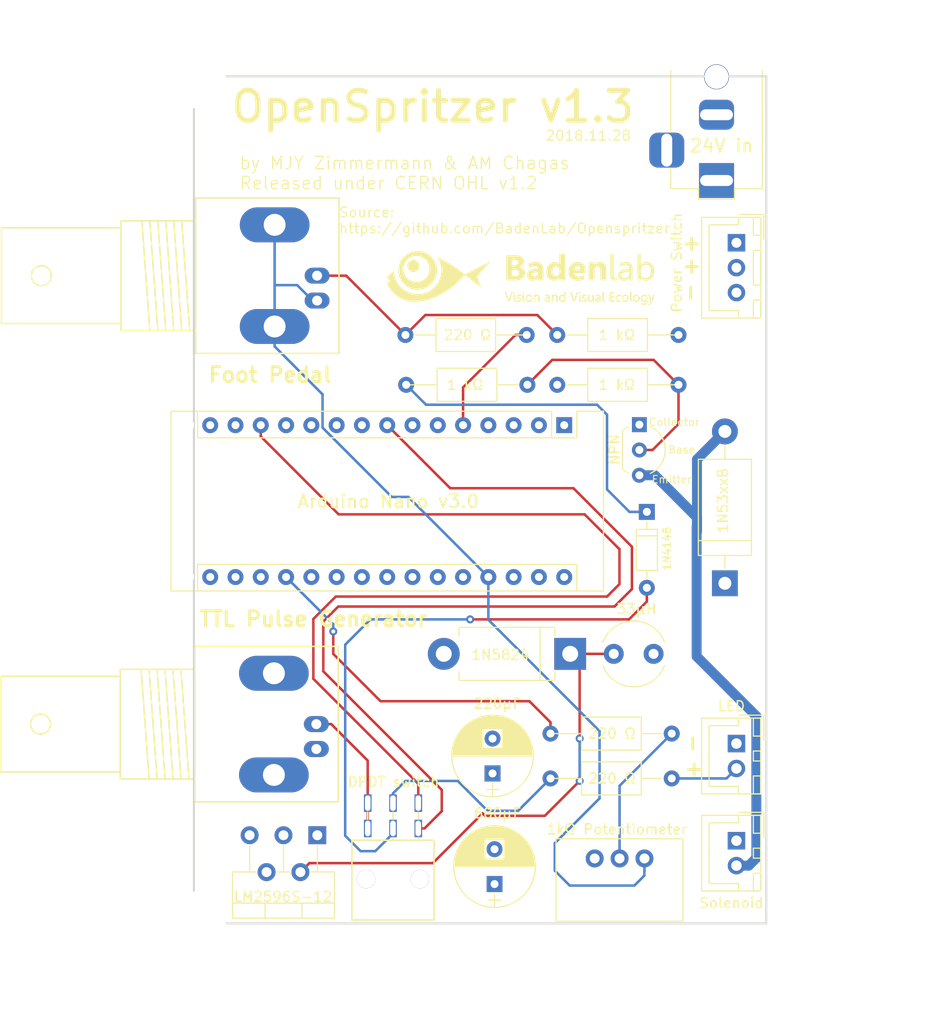
<source format=kicad_pcb>
(kicad_pcb (version 20171130) (host pcbnew 5.1.6-c6e7f7d~87~ubuntu20.04.1)
  (layers (0 F.Cu signal) (31 B.Cu signal) (34 B.Paste user) (35 F.Paste user) (36 B.SilkS user) (37 F.SilkS user) (38 B.Mask user) (39 F.Mask user) (44 Edge.Cuts user))
  (net 0 "")
  (net 1 "Net-(A1-Pad16)")
  (net 2 "Net-(A1-Pad15)")
  (net 3 "Net-(A1-Pad30)")
  (net 4 "Net-(A1-Pad14)")
  (net 5 GNDREF)
  (net 6 "Net-(A1-Pad13)")
  (net 7 "Net-(A1-Pad28)")
  (net 8 "Net-(A1-Pad12)")
  (net 9 "Net-(A1-Pad27)")
  (net 10 "Net-(A1-Pad11)")
  (net 11 "Net-(A1-Pad26)")
  (net 12 "Net-(A1-Pad10)")
  (net 13 "Net-(A1-Pad25)")
  (net 14 "Net-(A1-Pad9)")
  (net 15 "Net-(A1-Pad24)")
  (net 16 "Net-(A1-Pad8)")
  (net 17 "Net-(A1-Pad23)")
  (net 18 "Net-(A1-Pad7)")
  (net 19 "Net-(A1-Pad22)")
  (net 20 "Net-(A1-Pad6)")
  (net 21 "Net-(A1-Pad21)")
  (net 22 "Net-(A1-Pad5)")
  (net 23 "Net-(A1-Pad20)")
  (net 24 "Net-(A1-Pad19)")
  (net 25 "Net-(A1-Pad3)")
  (net 26 "Net-(A1-Pad18)")
  (net 27 "Net-(A1-Pad2)")
  (net 28 "Net-(A1-Pad17)")
  (net 29 "Net-(A1-Pad1)")
  (net 30 "Net-(D1-Pad2)")
  (net 31 "Net-(D2-Pad2)")
  (net 32 "Net-(D2-Pad1)")
  (net 33 "Net-(D3-Pad2)")
  (net 34 "Net-(J1-Pad1)")
  (net 35 "Net-(Q1-Pad2)")
  (net 36 "Net-(R1-Pad1)")
  (net 37 "Net-(R2-Pad2)")
  (net 38 "Net-(C1-Pad1)")
  (net 39 "Net-(D4-Pad1)")
  (net 40 "Net-(J4-Pad1)")
  (module Maxime:JST_XH_B03B-XH-A_03x2.50mm_Straight (layer F.Cu) (at 154.5 81.7 270)
    (fp_text reference "" (at -3.556 3.048) (layer F.SilkS))
    (fp_text value "Power Switch" (at 2 6 270) (layer F.SilkS))
    (pad 3 thru_hole circle (at 5 0 270) (size 1.75 1.75) (drill 1) (layers *.Cu *.Mask))
    (pad 2 thru_hole circle (at 2.5 0 270) (size 1.75 1.75) (drill 1) (layers *.Cu *.Mask))
    (pad 1 thru_hole rect (at 0 0 270) (size 1.75 1.75) (drill 1) (layers *.Cu *.Mask))
  )
  (module Maxime:JST_XH_B02B-XH-A_02x2.50mm_Straight (layer F.Cu) (at 154.5 141.7 270)
    (fp_text reference "" (at -3.81 3.048) (layer F.SilkS))
    (fp_text value Solenoid (at 6.25 0.5) (layer F.SilkS))
    (pad 1 thru_hole rect (at 0 0 270) (size 1.75 1.75) (drill 1.05) (layers *.Cu *.Mask))
    (pad 2 thru_hole circle (at 2.5 0 270) (size 1.75 1.75) (drill 1.05) (layers *.Cu *.Mask) (net 33 "Net-(D3-Pad2)"))
  )
  (module Maxime:JST_XH_B02B-XH-A_02x2.50mm_Straight (layer F.Cu) (at 154.5 131.95 270)
    (fp_text reference "" (at -3.81 3.048) (layer F.SilkS))
    (fp_text value LED (at -3.75 0.5) (layer F.SilkS))
    (pad 1 thru_hole rect (at 0 0 270) (size 1.75 1.75) (drill 1.05) (layers *.Cu *.Mask))
    (pad 2 thru_hole circle (at 2.5 0 270) (size 1.75 1.75) (drill 1.05) (layers *.Cu *.Mask) (net 30 "Net-(D1-Pad2)"))
  )
  (module Maxime:Potentiometer (layer F.Cu) (at 142.75 143.5 270)
    (fp_text reference "" hide)
    (fp_text value "1kΩ Potentiometer" (at -2.95 0.25 180) (layer F.SilkS))
    (pad 3 thru_hole circle (at -0.02 -2.51 270) (size 1.8 1.8) (drill 1) (layers *.Cu *.Mask) (net 9 "Net-(A1-Pad27)"))
    (pad 2 thru_hole circle (at -0.02 -0.01 270) (size 1.8 1.8) (drill 1) (layers *.Cu *.Mask) (net 36 "Net-(R1-Pad1)"))
    (pad 1 thru_hole circle (at -0.02 2.49 270) (size 1.8 1.8) (drill 1) (layers *.Cu *.Mask))
  )
  (module Diodes_THT:D_DO-201_P15.24mm_Horizontal (layer F.Cu) (at 153.34 115.87 90)
    (fp_text reference "" hide)
    (fp_text value 1N53xxB (at 8.3 -0.2 90) (layer F.SilkS))
    (pad 2 thru_hole oval (at 15.24 0 90) (size 2.6 2.6) (drill 1.3) (layers *.Cu *.Mask) (net 33 "Net-(D3-Pad2)"))
    (pad 1 thru_hole rect (at 0 0 90) (size 2.6 2.6) (drill 1.3) (layers *.Cu *.Mask))
  )
  (module Maxime:R_Axial_DIN0309_L9.0mm_D3.2mm_P15.24mm_Horizontal (layer F.Cu) (at 136.5 90.95)
    (fp_text reference "" (at 11.43 -2.54) (layer F.SilkS))
    (fp_text value "1 kΩ" (at 6 0) (layer F.SilkS))
    (pad 1 thru_hole circle (at 0 0) (size 1.6 1.6) (drill 0.8) (layers *.Cu *.Mask) (net 34 "Net-(J1-Pad1)"))
    (pad 2 thru_hole oval (at 12.18 0) (size 1.6 1.6) (drill 0.8) (layers *.Cu *.Mask))
  )
  (module Maxime:R_Axial_DIN0309_L9.0mm_D3.2mm_P15.24mm_Horizontal (layer F.Cu) (at 148 130.95 180)
    (fp_text reference "" (at 11.43 -2.54 180) (layer F.SilkS))
    (fp_text value "220 Ω" (at 6 0 180) (layer F.SilkS))
    (pad 1 thru_hole circle (at 0 0 180) (size 1.6 1.6) (drill 0.8) (layers *.Cu *.Mask) (net 36 "Net-(R1-Pad1)"))
    (pad 2 thru_hole oval (at 12.18 0 180) (size 1.6 1.6) (drill 0.8) (layers *.Cu *.Mask) (net 24 "Net-(A1-Pad19)"))
  )
  (module Maxime:R_Axial_DIN0309_L9.0mm_D3.2mm_P15.24mm_Horizontal (layer F.Cu) (at 148 135.45 180)
    (fp_text reference "" (at 11.43 -2.54 180) (layer F.SilkS))
    (fp_text value "220 Ω" (at 6 0 180) (layer F.SilkS))
    (pad 1 thru_hole circle (at 0 0 180) (size 1.6 1.6) (drill 0.8) (layers *.Cu *.Mask) (net 30 "Net-(D1-Pad2)"))
    (pad 2 thru_hole oval (at 12.18 0 180) (size 1.6 1.6) (drill 0.8) (layers *.Cu *.Mask) (net 37 "Net-(R2-Pad2)"))
  )
  (module Maxime:R_Axial_DIN0309_L9.0mm_D3.2mm_P15.24mm_Horizontal (layer F.Cu) (at 136.5 95.95)
    (fp_text reference "" (at 11.43 -2.54) (layer F.SilkS))
    (fp_text value "1 kΩ" (at 6 0) (layer F.SilkS))
    (pad 1 thru_hole circle (at 0 0) (size 1.6 1.6) (drill 0.8) (layers *.Cu *.Mask))
    (pad 2 thru_hole oval (at 12.18 0) (size 1.6 1.6) (drill 0.8) (layers *.Cu *.Mask) (net 35 "Net-(Q1-Pad2)"))
  )
  (module Maxime:R_Axial_DIN0309_L9.0mm_D3.2mm_P15.24mm_Horizontal (layer F.Cu) (at 121.25 90.95)
    (fp_text reference "" (at 11.43 -2.54) (layer F.SilkS))
    (fp_text value "220 Ω" (at 6.25 0) (layer F.SilkS))
    (pad 1 thru_hole circle (at 0 0) (size 1.6 1.6) (drill 0.8) (layers *.Cu *.Mask) (net 34 "Net-(J1-Pad1)"))
    (pad 2 thru_hole oval (at 12.18 0) (size 1.6 1.6) (drill 0.8) (layers *.Cu *.Mask) (net 22 "Net-(A1-Pad5)"))
  )
  (module Maxime:R_Axial_DIN0309_L9.0mm_D3.2mm_P15.24mm_Horizontal (layer F.Cu) (at 133.5 95.95 180)
    (fp_text reference "" (at 11.43 -2.54 180) (layer F.SilkS))
    (fp_text value "1 kΩ" (at 6.25 0 180) (layer F.SilkS))
    (pad 1 thru_hole circle (at 0 0 180) (size 1.6 1.6) (drill 0.8) (layers *.Cu *.Mask) (net 35 "Net-(Q1-Pad2)"))
    (pad 2 thru_hole oval (at 12.18 0 180) (size 1.6 1.6) (drill 0.8) (layers *.Cu *.Mask) (net 32 "Net-(D2-Pad1)"))
  )
  (module Inductors_THT:L_Radial_D6.0mm_P4.00mm (layer F.Cu) (at 146.175 122.95 180)
    (fp_text reference "" hide)
    (fp_text value 33μH (at 1.7 4.5) (layer F.SilkS))
    (pad 1 thru_hole circle (at 0 0 180) (size 2 2) (drill 1) (layers *.Cu *.Mask))
    (pad 2 thru_hole circle (at 4 0 180) (size 2 2) (drill 1) (layers *.Cu *.Mask) (net 39 "Net-(D4-Pad1)"))
  )
  (module Modules:Arduino_Nano_WithMountingHoles (layer F.Cu) (at 137.2 100 270)
    (fp_text reference "" hide)
    (fp_text value "Arduino Nano v3.0" (at 7.65 17.675) (layer F.SilkS) (effects (font (size 1.3 1.3) (thickness 0.2))))
    (pad 1 thru_hole rect (at 0 0 270) (size 1.6 1.6) (drill 0.8) (layers *.Cu *.Mask))
    (pad 17 thru_hole oval (at 15.24 33.02 270) (size 1.6 1.6) (drill 0.8) (layers *.Cu *.Mask))
    (pad 2 thru_hole oval (at 0 2.54 270) (size 1.6 1.6) (drill 0.8) (layers *.Cu *.Mask))
    (pad 18 thru_hole oval (at 15.24 30.48 270) (size 1.6 1.6) (drill 0.8) (layers *.Cu *.Mask))
    (pad 3 thru_hole oval (at 0 5.08 270) (size 1.6 1.6) (drill 0.8) (layers *.Cu *.Mask))
    (pad 19 thru_hole oval (at 15.24 27.94 270) (size 1.6 1.6) (drill 0.8) (layers *.Cu *.Mask) (net 24 "Net-(A1-Pad19)"))
    (pad 4 thru_hole oval (at 0 7.62 270) (size 1.6 1.6) (drill 0.8) (layers *.Cu *.Mask))
    (pad 20 thru_hole oval (at 15.24 25.4 270) (size 1.6 1.6) (drill 0.8) (layers *.Cu *.Mask))
    (pad 5 thru_hole oval (at 0 10.16 270) (size 1.6 1.6) (drill 0.8) (layers *.Cu *.Mask) (net 22 "Net-(A1-Pad5)"))
    (pad 21 thru_hole oval (at 15.24 22.86 270) (size 1.6 1.6) (drill 0.8) (layers *.Cu *.Mask))
    (pad 6 thru_hole oval (at 0 12.7 270) (size 1.6 1.6) (drill 0.8) (layers *.Cu *.Mask))
    (pad 22 thru_hole oval (at 15.24 20.32 270) (size 1.6 1.6) (drill 0.8) (layers *.Cu *.Mask))
    (pad 7 thru_hole oval (at 0 15.24 270) (size 1.6 1.6) (drill 0.8) (layers *.Cu *.Mask))
    (pad 23 thru_hole oval (at 15.24 17.78 270) (size 1.6 1.6) (drill 0.8) (layers *.Cu *.Mask))
    (pad 8 thru_hole oval (at 0 17.78 270) (size 1.6 1.6) (drill 0.8) (layers *.Cu *.Mask) (net 16 "Net-(A1-Pad8)"))
    (pad 24 thru_hole oval (at 15.24 15.24 270) (size 1.6 1.6) (drill 0.8) (layers *.Cu *.Mask))
    (pad 9 thru_hole oval (at 0 20.32 270) (size 1.6 1.6) (drill 0.8) (layers *.Cu *.Mask))
    (pad 25 thru_hole oval (at 15.24 12.7 270) (size 1.6 1.6) (drill 0.8) (layers *.Cu *.Mask))
    (pad 10 thru_hole oval (at 0 22.86 270) (size 1.6 1.6) (drill 0.8) (layers *.Cu *.Mask))
    (pad 26 thru_hole oval (at 15.24 10.16 270) (size 1.6 1.6) (drill 0.8) (layers *.Cu *.Mask))
    (pad 11 thru_hole oval (at 0 25.4 270) (size 1.6 1.6) (drill 0.8) (layers *.Cu *.Mask))
    (pad 27 thru_hole oval (at 15.24 7.62 270) (size 1.6 1.6) (drill 0.8) (layers *.Cu *.Mask) (net 9 "Net-(A1-Pad27)"))
    (pad 12 thru_hole oval (at 0 27.94 270) (size 1.6 1.6) (drill 0.8) (layers *.Cu *.Mask))
    (pad 28 thru_hole oval (at 15.24 5.08 270) (size 1.6 1.6) (drill 0.8) (layers *.Cu *.Mask))
    (pad 13 thru_hole oval (at 0 30.48 270) (size 1.6 1.6) (drill 0.8) (layers *.Cu *.Mask) (net 6 "Net-(A1-Pad13)"))
    (pad 29 thru_hole oval (at 15.24 2.54 270) (size 1.6 1.6) (drill 0.8) (layers *.Cu *.Mask))
    (pad 14 thru_hole oval (at 0 33.02 270) (size 1.6 1.6) (drill 0.8) (layers *.Cu *.Mask))
    (pad 30 thru_hole oval (at 15.24 0 270) (size 1.6 1.6) (drill 0.8) (layers *.Cu *.Mask))
    (pad 15 thru_hole oval (at 0 35.56 270) (size 1.6 1.6) (drill 0.8) (layers *.Cu *.Mask))
    (pad 16 thru_hole oval (at 15.24 35.56 270) (size 1.6 1.6) (drill 0.8) (layers *.Cu *.Mask))
    (pad "" np_thru_hole circle (at 0 -2.54 270) (size 1.78 1.78) (drill 1.78) (layers *.Cu *.Mask))
    (pad "" np_thru_hole circle (at 15.24 -2.54 270) (size 1.78 1.78) (drill 1.78) (layers *.Cu *.Mask))
    (pad "" np_thru_hole circle (at 15.24 38.1 270) (size 1.78 1.78) (drill 1.78) (layers *.Cu *.Mask))
    (pad "" np_thru_hole circle (at 0 38.1 270) (size 1.78 1.78) (drill 1.78) (layers *.Cu *.Mask))
  )
  (module Package_TO_SOT_THT:TO-92L_Inline_Wide (layer F.Cu) (at 144.75 99.95 270)
    (fp_text reference NPN (at 2.5 2.5 270) (layer F.SilkS))
    (fp_text value "")
    (pad 1 thru_hole rect (at 0 0) (size 1.5 1.5) (drill 0.8) (layers *.Cu *.Mask))
    (pad 3 thru_hole circle (at 5.08 0) (size 1.5 1.5) (drill 0.8) (layers *.Cu *.Mask) (net 33 "Net-(D3-Pad2)"))
    (pad 2 thru_hole circle (at 2.54 0) (size 1.5 1.5) (drill 0.8) (layers *.Cu *.Mask) (net 35 "Net-(Q1-Pad2)"))
  )
  (module Maxime:BarrelJack_Horizontal_maxime (layer F.Cu) (at 152.5 60.95 270)
    (fp_text reference "" hide)
    (fp_text value "24V in" (at 11 -0.5 180) (layer F.SilkS) (effects (font (size 1.3 1.3) (thickness 0.2))))
    (pad 3 thru_hole roundrect (at 11.45 5 270) (size 3.5 3.5) (drill oval 3.3 1.1) (layers *.Cu *.Mask))
    (pad 2 thru_hole roundrect (at 7.9 0 270) (size 3 3.5) (drill oval 1.1 3.3) (layers *.Cu *.Mask))
    (pad 1 thru_hole rect (at 14.5 0 270) (size 3.5 3.5) (drill oval 1.1 3.3) (layers *.Cu *.Mask))
    (pad 4 thru_hole circle (at 4.1 0 270) (size 2.5 2.5) (drill 2.4) (layers *.Cu *.Mask))
  )
  (module MountingHole:MountingHole_6.4mm_M6 (layer F.Cu) (at 100 65)
    (fp_text reference "" (at 0 -7.4) (layer F.SilkS))
    (fp_text value "")
    (pad 1 np_thru_hole circle (at 0 0) (size 6.4 6.4) (drill 6.4) (layers *.Cu *.Mask))
  )
  (module Diodes_THT:D_DO-201AD_P12.70mm_Horizontal (layer F.Cu) (at 137.8 122.95 180)
    (fp_text reference "" hide)
    (fp_text value 1N5824 (at 7 -0.1 180) (layer F.SilkS))
    (pad 1 thru_hole rect (at 0 0 180) (size 3.2 3.2) (drill 1.6) (layers *.Cu *.Mask) (net 39 "Net-(D4-Pad1)"))
    (pad 2 thru_hole oval (at 12.7 0 180) (size 3.2 3.2) (drill 1.6) (layers *.Cu *.Mask))
  )
  (module Maxime:maxi_DPDT_Angled (layer F.Cu) (at 120 149.65)
    (fp_text reference "" hide)
    (fp_text value "DPDT switch" (at 0.05 -13.85 180) (layer F.SilkS))
    (pad 1 thru_hole rect (at -2.54 -11.72) (size 0.75 1.75) (drill oval 0.55 1.55) (layers *.Cu *.Mask) (net 40 "Net-(J4-Pad1)"))
    (pad 2 thru_hole rect (at 0 -11.72) (size 0.75 1.75) (drill oval 0.55 1.55) (layers *.Cu *.Mask) (net 37 "Net-(R2-Pad2)"))
    (pad 3 thru_hole rect (at 2.54 -11.72) (size 0.75 1.75) (drill oval 0.55 1.55) (layers *.Cu *.Mask) (net 6 "Net-(A1-Pad13)"))
    (pad 4 thru_hole rect (at -2.54 -9.18) (size 0.75 1.75) (drill oval 0.55 1.55) (layers *.Cu *.Mask) (net 40 "Net-(J4-Pad1)"))
    (pad 5 thru_hole rect (at 0 -9.18) (size 0.75 1.75) (drill oval 0.55 1.55) (layers *.Cu *.Mask) (net 31 "Net-(D2-Pad2)"))
    (pad 6 thru_hole rect (at 2.54 -9.18) (size 0.75 1.75) (drill oval 0.55 1.55) (layers *.Cu *.Mask) (net 16 "Net-(A1-Pad8)"))
    (pad 7 thru_hole circle (at -2.7 -4.1) (size 1.85 1.85) (drill 1.85) (layers *.Cu *.Mask))
    (pad 8 thru_hole circle (at 2.7 -4.1) (size 1.85 1.85) (drill 1.85) (layers *.Cu *.Mask))
  )
  (module Capacitors_THT:CP_Radial_D8.0mm_P3.50mm (layer F.Cu) (at 130.2 146.05 90)
    (fp_text reference "" hide)
    (fp_text value 680μF (at 7.1 0.3 180) (layer F.SilkS))
    (pad 1 thru_hole rect (at 0 0 90) (size 1.6 1.6) (drill 0.8) (layers *.Cu *.Mask))
    (pad 2 thru_hole circle (at 3.5 0 90) (size 1.6 1.6) (drill 0.8) (layers *.Cu *.Mask))
  )
  (module Capacitors_THT:CP_Radial_D8.0mm_P3.50mm (layer F.Cu) (at 130 134.95 90)
    (fp_text reference "" hide)
    (fp_text value 220μF (at 7 0.5 180) (layer F.SilkS))
    (pad 2 thru_hole circle (at 3.5 0 90) (size 1.6 1.6) (drill 0.8) (layers *.Cu *.Mask))
    (pad 1 thru_hole rect (at 0 0 90) (size 1.6 1.6) (drill 0.8) (layers *.Cu *.Mask))
  )
  (module Mounting_Holes:MountingHole_3.2mm_M3 (layer F.Cu) (at 118 93.5)
    (fp_text reference "" hide)
    (fp_text value "")
    (pad "" np_thru_hole circle (at 0 0) (size 3.2 3.2) (drill 3.2) (layers *.Cu *.Mask))
  )
  (module Mounting_Holes:MountingHole_3.2mm_M3 (layer F.Cu) (at 118 122.5 90)
    (fp_text reference "" hide)
    (fp_text value "")
    (pad "" np_thru_hole circle (at 0 0 90) (size 3.2 3.2) (drill 3.2) (layers *.Cu *.Mask))
  )
  (module Maxime:BNC_Socket_TYCO-AMP_LargePads (layer F.Cu) (at 107.375 85 90)
    (fp_text reference "" (at 0.508 9.652 90) (layer F.SilkS))
    (fp_text value "Foot Pedal" (at -9.95 0.275 180) (layer F.SilkS) (effects (font (size 1.5 1.5) (thickness 0.3))))
    (pad 2 thru_hole oval (at -5.09778 0.7366 90) (size 3.50012 7.00024) (drill 2.19964) (layers *.Cu *.Mask) (net 9 "Net-(A1-Pad27)"))
    (pad 2 thru_hole oval (at 5.10032 0.7366 90) (size 3.50012 7.00024) (drill 2.19964) (layers *.Cu *.Mask) (net 9 "Net-(A1-Pad27)"))
    (pad 1 thru_hole oval (at 0 5.00126 90) (size 1.6002 2.49936) (drill 1.00076) (layers *.Cu *.Mask) (net 34 "Net-(J1-Pad1)"))
    (pad 2 thru_hole oval (at -2.49936 5.00126 90) (size 1.6002 2.49936) (drill 1.00076) (layers *.Cu *.Mask) (net 9 "Net-(A1-Pad27)"))
  )
  (module Diodes_THT:D_DO-35_SOD27_P7.62mm_Horizontal (layer F.Cu) (at 145.5 108.7 270)
    (fp_text reference "" hide)
    (fp_text value 1N4148 (at 3.7 -2.025 270) (layer F.SilkS) (effects (font (size 0.75 0.75))))
    (pad 1 thru_hole rect (at 0 0 270) (size 1.6 1.6) (drill 0.8) (layers *.Cu *.Mask) (net 32 "Net-(D2-Pad1)"))
    (pad 2 thru_hole oval (at 7.62 0 270) (size 1.6 1.6) (drill 0.8) (layers *.Cu *.Mask) (net 31 "Net-(D2-Pad2)"))
  )
  (module Mounting_Holes:MountingHole_3.2mm_M3 (layer F.Cu) (at 154 93.5)
    (fp_text reference "" (at 0 -4.2) (layer F.SilkS))
    (fp_text value "" hide)
    (pad "" np_thru_hole circle (at 0 0) (size 3.2 3.2) (drill 3.2) (layers *.Cu *.Mask))
  )
  (module TO_SOT_Packages_THT:TO-220-5_Vertical_StaggeredType1 (layer F.Cu) (at 112.4 141.15 180)
    (fp_text reference "" hide)
    (fp_text value LM2596S-12 (at 3.45 -6.175) (layer F.SilkS))
    (pad 1 thru_hole rect (at 0 0 180) (size 1.8 1.8) (drill 1) (layers *.Cu *.Mask))
    (pad 2 thru_hole oval (at 1.7 -3.7 180) (size 1.8 1.8) (drill 1) (layers *.Cu *.Mask) (net 39 "Net-(D4-Pad1)"))
    (pad 3 thru_hole oval (at 3.4 0 180) (size 1.8 1.8) (drill 1) (layers *.Cu *.Mask))
    (pad 4 thru_hole oval (at 5.1 -3.7 180) (size 1.8 1.8) (drill 1) (layers *.Cu *.Mask))
    (pad 5 thru_hole oval (at 6.8 0 180) (size 1.8 1.8) (drill 1) (layers *.Cu *.Mask))
  )
  (module Mounting_Holes:MountingHole_3.2mm_M3 (layer F.Cu) (at 154 122.5)
    (fp_text reference "" hide)
    (fp_text value "")
    (pad "" np_thru_hole circle (at 0 0) (size 3.2 3.2) (drill 3.2) (layers *.Cu *.Mask))
  )
  (module Maxime:BNC_Socket_TYCO-AMP_LargePads (layer F.Cu) (at 107.3 130 90)
    (fp_text reference "" (at 0.508 9.652 90) (layer F.SilkS))
    (fp_text value "TTL Pulse Generator" (at 10.55 4.7 180) (layer F.SilkS) (effects (font (size 1.5 1.5) (thickness 0.3))))
    (pad 2 thru_hole oval (at -2.49936 5.00126 90) (size 1.6002 2.49936) (drill 1.00076) (layers *.Cu *.Mask))
    (pad 1 thru_hole oval (at 0 5.00126 90) (size 1.6002 2.49936) (drill 1.00076) (layers *.Cu *.Mask) (net 40 "Net-(J4-Pad1)"))
    (pad 2 thru_hole oval (at 5.10032 0.7366 90) (size 3.50012 7.00024) (drill 2.19964) (layers *.Cu *.Mask))
    (pad 2 thru_hole oval (at -5.09778 0.7366 90) (size 3.50012 7.00024) (drill 2.19964) (layers *.Cu *.Mask))
  )
  (module "Maxime:new_logo 2500" (layer F.Cu) (at 133 85.45)
    (fp_text reference "" hide)
    (fp_text value "" hide)
  )
  (module MountingHole:MountingHole_6.4mm_M6 (layer F.Cu) (at 100 150)
    (fp_text reference "" (at 0 -7.4) (layer F.SilkS))
    (fp_text value MountingHole_6.4mm_M6)
    (pad 1 np_thru_hole circle (at 0 0) (size 6.4 6.4) (drill 6.4) (layers *.Cu *.Mask))
  )
  (gr_text - (at 150 86.7 270) (layer F.SilkS) (effects (font (size 1.5 1.5) (thickness 0.3))))
  (gr_text + (at 150 84.2 180) (layer F.SilkS) (effects (font (size 1.5 1.5) (thickness 0.3))))
  (gr_text + (at 150 81.7) (layer F.SilkS) (effects (font (size 1.5 1.5) (thickness 0.3))))
  (gr_text Collector (at 148.25 99.7) (layer F.SilkS) (effects (font (size 0.75 0.75) (thickness 0.1))))
  (gr_text "Base\n" (at 149 102.45) (layer F.SilkS) (effects (font (size 0.75 0.75) (thickness 0.1))))
  (gr_text Emitter (at 148 105.45) (layer F.SilkS) (effects (font (size 0.75 0.75) (thickness 0.1))))
  (gr_text 2018.11.28 (at 135.25 70.95) (layer F.SilkS) (effects (font (size 1 1) (thickness 0.125)) (justify left)))
  (gr_text "by MJY Zimmermann & AM Chagas \nReleased under CERN OHL v1.2" (at 104.5 74.7) (layer F.SilkS) (effects (font (size 1.25 1.25) (thickness 0.125)) (justify left)))
  (gr_text "Source: \nhttps://github.com/BadenLab/Openspritzer\n" (at 114.5 79.45) (layer F.SilkS) (effects (font (size 1 1) (thickness 0.125)) (justify left)))
  (gr_text "OpenSpritzer v1.3\n\n" (at 124 70.45) (layer F.SilkS) (effects (font (size 3 3) (thickness 0.5))))
  (gr_text + (at 150.25 134.45) (layer F.SilkS) (effects (font (size 1.5 1.5) (thickness 0.3))))
  (gr_text - (at 150 131.95 90) (layer F.SilkS) (effects (font (size 1.5 1.5) (thickness 0.3)) (justify mirror)))
  (gr_line (start 100 65) (end 100 150) (layer Edge.Cuts) (width 0.2))
  (gr_line (start 100 65) (end 157.5 65) (layer Edge.Cuts) (width 0.2))
  (gr_line (start 157.5 65) (end 157.5 150) (layer Edge.Cuts) (width 0.2))
  (gr_line (start 100 150) (end 157.5 150) (layer Edge.Cuts) (width 0.2))
  (target plus (at 100.013005 150.025366) (size 5) (width 0.15) (layer Edge.Cuts))
  (segment (start 139.25 108.95) (end 114.53863 108.95) (width 0.25) (layer F.Cu) (net 6))
  (segment (start 142.75 115.95) (end 142.75 112.45) (width 0.25) (layer F.Cu) (net 6))
  (segment (start 122.54 135.99) (end 112 125.45) (width 0.25) (layer F.Cu) (net 6))
  (segment (start 122.54 137.93) (end 122.54 135.99) (width 0.25) (layer F.Cu) (net 6))
  (segment (start 142.75 112.45) (end 139.25 108.95) (width 0.25) (layer F.Cu) (net 6))
  (segment (start 112 125.45) (end 112 119.45) (width 0.25) (layer F.Cu) (net 6))
  (segment (start 114.53863 108.95) (end 106.72 101.13137) (width 0.25) (layer F.Cu) (net 6))
  (segment (start 112 119.45) (end 114.25 117.2) (width 0.25) (layer F.Cu) (net 6))
  (segment (start 114.25 117.2) (end 141.5 117.2) (width 0.25) (layer F.Cu) (net 6))
  (segment (start 106.72 101.13137) (end 106.72 100) (width 0.25) (layer F.Cu) (net 6))
  (segment (start 141.5 117.2) (end 142.75 115.95) (width 0.25) (layer F.Cu) (net 6))
  (segment (start 108.1116 79.89968) (end 108.1116 81.89974) (width 0.25) (layer B.Cu) (net 9))
  (segment (start 110.37732 85.95) (end 108.1116 85.95) (width 0.25) (layer B.Cu) (net 9))
  (segment (start 111.92668 87.49936) (end 110.37732 85.95) (width 0.25) (layer B.Cu) (net 9))
  (segment (start 112.37626 87.49936) (end 111.92668 87.49936) (width 0.25) (layer B.Cu) (net 9))
  (segment (start 108.1116 81.89974) (end 108.1116 85.95) (width 0.25) (layer B.Cu) (net 9))
  (segment (start 108.1116 85.95) (end 108.1116 90.09778) (width 0.25) (layer B.Cu) (net 9))
  (segment (start 140.75 130.7) (end 129.58 119.53) (width 0.25) (layer B.Cu) (net 9))
  (segment (start 129.58 119.53) (end 129.58 115.24) (width 0.25) (layer B.Cu) (net 9))
  (segment (start 136.25 141.95) (end 140.75 137.45) (width 0.25) (layer B.Cu) (net 9))
  (segment (start 136.25 144.7) (end 136.25 141.95) (width 0.25) (layer B.Cu) (net 9))
  (segment (start 145.26 143.48) (end 145.26 144.752792) (width 0.25) (layer B.Cu) (net 9))
  (segment (start 140.75 137.45) (end 140.75 130.7) (width 0.25) (layer B.Cu) (net 9))
  (segment (start 145.25 144.762792) (end 145.25 145.2) (width 0.25) (layer B.Cu) (net 9))
  (segment (start 145.25 145.2) (end 144.25 146.2) (width 0.25) (layer B.Cu) (net 9))
  (segment (start 145.26 144.752792) (end 145.25 144.762792) (width 0.25) (layer B.Cu) (net 9))
  (segment (start 144.25 146.2) (end 137.75 146.2) (width 0.25) (layer B.Cu) (net 9))
  (segment (start 137.75 146.2) (end 136.25 144.7) (width 0.25) (layer B.Cu) (net 9))
  (segment (start 129.58 115.24) (end 121.54 107.2) (width 0.25) (layer B.Cu) (net 9))
  (segment (start 108.1116 92.09784) (end 108.1116 90.09778) (width 0.25) (layer B.Cu) (net 9))
  (segment (start 112.925001 96.911241) (end 108.1116 92.09784) (width 0.25) (layer B.Cu) (net 9))
  (segment (start 112.925001 100.250003) (end 112.925001 96.911241) (width 0.25) (layer B.Cu) (net 9))
  (segment (start 119.874998 107.2) (end 112.925001 100.250003) (width 0.25) (layer B.Cu) (net 9))
  (segment (start 121.54 107.2) (end 119.874998 107.2) (width 0.25) (layer B.Cu) (net 9))
  (segment (start 144 112.2) (end 138.13 106.33) (width 0.25) (layer F.Cu) (net 16))
  (segment (start 142.25 118.2) (end 144 116.45) (width 0.25) (layer F.Cu) (net 16))
  (segment (start 114.5 118.2) (end 142.25 118.2) (width 0.25) (layer F.Cu) (net 16))
  (segment (start 125.75 106.33) (end 119.42 100) (width 0.25) (layer F.Cu) (net 16))
  (segment (start 123.165 140.47) (end 124.9 138.735) (width 0.25) (layer F.Cu) (net 16))
  (segment (start 122.54 140.47) (end 123.165 140.47) (width 0.25) (layer F.Cu) (net 16))
  (segment (start 124.9 138.735) (end 124.9 136.6) (width 0.25) (layer F.Cu) (net 16))
  (segment (start 124.9 136.6) (end 113 124.7) (width 0.25) (layer F.Cu) (net 16))
  (segment (start 144 116.45) (end 144 112.2) (width 0.25) (layer F.Cu) (net 16))
  (segment (start 113 124.7) (end 113 119.7) (width 0.25) (layer F.Cu) (net 16))
  (segment (start 138.13 106.33) (end 125.75 106.33) (width 0.25) (layer F.Cu) (net 16))
  (segment (start 113 119.7) (end 114.5 118.2) (width 0.25) (layer F.Cu) (net 16))
  (segment (start 127.04 98.86863) (end 127.04 100) (width 0.25) (layer F.Cu) (net 22))
  (segment (start 127.04 96.20863) (end 127.04 98.86863) (width 0.25) (layer F.Cu) (net 22))
  (segment (start 132.29863 90.95) (end 127.04 96.20863) (width 0.25) (layer F.Cu) (net 22))
  (segment (start 133.43 90.95) (end 132.29863 90.95) (width 0.25) (layer F.Cu) (net 22))
  (segment (start 135.82 129.81863) (end 133.70137 127.7) (width 0.25) (layer F.Cu) (net 24))
  (segment (start 135.82 130.95) (end 135.82 129.81863) (width 0.25) (layer F.Cu) (net 24))
  (segment (start 133.70137 127.7) (end 118.75 127.7) (width 0.25) (layer F.Cu) (net 24))
  (segment (start 118.75 127.7) (end 114 122.95) (width 0.25) (layer F.Cu) (net 24))
  (segment (start 114 122.95) (end 114 120.7) (width 0.25) (layer F.Cu) (net 24))
  (segment (start 114 120.7) (end 114 120.7) (width 0.25) (layer F.Cu) (net 24))
  (segment (start 114 119.98) (end 114 120.7) (width 0.25) (layer B.Cu) (net 24))
  (segment (start 109.26 115.24) (end 114 119.98) (width 0.25) (layer B.Cu) (net 24))
  (segment (start 153.5 135.45) (end 154.5 134.45) (width 0.25) (layer B.Cu) (net 30))
  (segment (start 148 135.45) (end 153.5 135.45) (width 0.25) (layer B.Cu) (net 30))
  (segment (start 120 140.97) (end 118.22 142.75) (width 0.25) (layer B.Cu) (net 31))
  (segment (start 120 140.47) (end 120 140.97) (width 0.25) (layer B.Cu) (net 31))
  (segment (start 118.22 142.75) (end 116.75 142.75) (width 0.25) (layer B.Cu) (net 31))
  (segment (start 116.75 142.75) (end 115.2 141.2) (width 0.25) (layer B.Cu) (net 31))
  (segment (start 115.2 141.2) (end 115.2 122.03) (width 0.25) (layer B.Cu) (net 31))
  (segment (start 115.2 122.03) (end 117.74 119.49) (width 0.25) (layer B.Cu) (net 31))
  (segment (start 117.74 119.49) (end 127.75 119.49) (width 0.25) (layer B.Cu) (net 31))
  (segment (start 127.75 119.49) (end 143.71 119.49) (width 0.25) (layer F.Cu) (net 31))
  (segment (start 143.71 119.49) (end 145.5 117.7) (width 0.25) (layer F.Cu) (net 31))
  (segment (start 145.5 117.7) (end 145.5 116.32) (width 0.25) (layer F.Cu) (net 31))
  (segment (start 143.75 108.7) (end 145.5 108.7) (width 0.25) (layer B.Cu) (net 32))
  (segment (start 141.5 106.45) (end 143.75 108.7) (width 0.25) (layer B.Cu) (net 32))
  (segment (start 141.5 98.95) (end 141.5 106.45) (width 0.25) (layer B.Cu) (net 32))
  (segment (start 140.5 97.95) (end 141.5 98.95) (width 0.25) (layer B.Cu) (net 32))
  (segment (start 121.32 95.95) (end 123.32 97.95) (width 0.25) (layer B.Cu) (net 32))
  (segment (start 123.32 97.95) (end 140.5 97.95) (width 0.25) (layer B.Cu) (net 32))
  (segment (start 152.040001 101.929999) (end 153.34 100.63) (width 1) (layer B.Cu) (net 33))
  (segment (start 150.53499 103.43501) (end 152.040001 101.929999) (width 1) (layer B.Cu) (net 33))
  (segment (start 150.53499 109.264988) (end 150.53499 110.7) (width 1) (layer B.Cu) (net 33))
  (segment (start 146.300002 105.03) (end 150.53499 109.264988) (width 1) (layer B.Cu) (net 33))
  (segment (start 144.75 105.03) (end 146.300002 105.03) (width 1) (layer B.Cu) (net 33))
  (segment (start 150.53499 110.7) (end 150.53499 110.2) (width 1) (layer B.Cu) (net 33))
  (segment (start 150.53499 110.2) (end 150.53499 103.43501) (width 1) (layer B.Cu) (net 33))
  (segment (start 155.737436 144.2) (end 154.5 144.2) (width 1) (layer B.Cu) (net 33))
  (segment (start 156.49999 143.437446) (end 155.737436 144.2) (width 1) (layer B.Cu) (net 33))
  (segment (start 156.49999 129.19999) (end 156.49999 143.437446) (width 1) (layer B.Cu) (net 33))
  (segment (start 150.5 123.2) (end 156.49999 129.19999) (width 1) (layer B.Cu) (net 33))
  (segment (start 150.5 110.23499) (end 150.5 123.2) (width 1) (layer B.Cu) (net 33))
  (segment (start 150.53499 110.2) (end 150.5 110.23499) (width 1) (layer B.Cu) (net 33))
  (segment (start 115.3 85) (end 121.25 90.95) (width 0.25) (layer F.Cu) (net 34))
  (segment (start 112.37626 85) (end 115.3 85) (width 0.25) (layer F.Cu) (net 34))
  (segment (start 134.5 88.95) (end 136.5 90.95) (width 0.25) (layer F.Cu) (net 34))
  (segment (start 121.25 90.95) (end 123.25 88.95) (width 0.25) (layer F.Cu) (net 34))
  (segment (start 123.25 88.95) (end 134.5 88.95) (width 0.25) (layer F.Cu) (net 34))
  (segment (start 146.07 102.49) (end 144.75 102.49) (width 0.25) (layer F.Cu) (net 35))
  (segment (start 148.68 95.95) (end 148.68 99.88) (width 0.25) (layer F.Cu) (net 35))
  (segment (start 148.68 99.88) (end 146.07 102.49) (width 0.25) (layer F.Cu) (net 35))
  (segment (start 146.18 93.45) (end 148.68 95.95) (width 0.25) (layer F.Cu) (net 35))
  (segment (start 133.5 95.95) (end 136 93.45) (width 0.25) (layer F.Cu) (net 35))
  (segment (start 136 93.45) (end 146.18 93.45) (width 0.25) (layer F.Cu) (net 35))
  (segment (start 142.76 136.19) (end 148 130.95) (width 0.25) (layer B.Cu) (net 36))
  (segment (start 142.76 143.48) (end 142.76 136.19) (width 0.25) (layer B.Cu) (net 36))
  (segment (start 132.57 138.7) (end 135.82 135.45) (width 0.25) (layer B.Cu) (net 37))
  (segment (start 129.5 138.7) (end 132.57 138.7) (width 0.25) (layer B.Cu) (net 37))
  (segment (start 126.5 135.7) (end 129.5 138.7) (width 0.25) (layer B.Cu) (net 37))
  (segment (start 121.25 135.7) (end 126.5 135.7) (width 0.25) (layer B.Cu) (net 37))
  (segment (start 120 137.93) (end 120 136.95) (width 0.25) (layer B.Cu) (net 37))
  (segment (start 120 136.95) (end 121.25 135.7) (width 0.25) (layer B.Cu) (net 37))
  (segment (start 111.599999 143.950001) (end 110.7 144.85) (width 0.25) (layer F.Cu) (net 39))
  (segment (start 123.999999 143.950001) (end 111.599999 143.950001) (width 0.25) (layer F.Cu) (net 39))
  (segment (start 139.65 122.95) (end 142.175 122.95) (width 0.25) (layer F.Cu) (net 39))
  (segment (start 137.8 122.95) (end 139.65 122.95) (width 0.25) (layer F.Cu) (net 39))
  (segment (start 123.999999 143.950001) (end 129 138.95) (width 0.25) (layer F.Cu) (net 39))
  (segment (start 129 138.95) (end 129.25 139.2) (width 0.25) (layer F.Cu) (net 39))
  (segment (start 129.25 139.2) (end 135.25 139.2) (width 0.25) (layer F.Cu) (net 39))
  (segment (start 135.25 139.2) (end 138.75 135.7) (width 0.25) (layer F.Cu) (net 39))
  (segment (start 138.75 135.7) (end 138.75 135.7) (width 0.25) (layer F.Cu) (net 39))
  (segment (start 138.75 123.9) (end 137.8 122.95) (width 0.25) (layer F.Cu) (net 39))
  (segment (start 138.75 135.7) (end 138.75 131.45) (width 0.25) (layer B.Cu) (net 39))
  (segment (start 138.75 131.45) (end 138.75 131.45) (width 0.25) (layer B.Cu) (net 39))
  (segment (start 138.75 131.45) (end 138.75 130.45) (width 0.25) (layer F.Cu) (net 39))
  (segment (start 138.75 130.45) (end 138.75 129.95) (width 0.25) (layer F.Cu) (net 39))
  (segment (start 138.75 129.95) (end 138.75 123.9) (width 0.25) (layer F.Cu) (net 39))
  (segment (start 117.46 136.805) (end 117.46 137.93) (width 0.25) (layer F.Cu) (net 40))
  (segment (start 117.46 133.65906) (end 117.46 136.805) (width 0.25) (layer F.Cu) (net 40))
  (segment (start 113.80094 130) (end 117.46 133.65906) (width 0.25) (layer F.Cu) (net 40))
  (segment (start 112.30126 130) (end 113.80094 130) (width 0.25) (layer F.Cu) (net 40))
  (segment (start 117.46 137.93) (end 117.46 140.47) (width 0.25) (layer F.Cu) (net 40))
  (via (at 114 120.7) (size 0.8) (layers F.Cu B.Cu) (net 24))
  (via (at 127.75 119.49) (size 0.8) (layers F.Cu B.Cu) (net 31))
  (via (at 138.75 135.7) (size 0.8) (layers F.Cu B.Cu) (net 39))
  (via (at 138.75 131.45) (size 0.8) (layers F.Cu B.Cu) (net 39))
)
</source>
